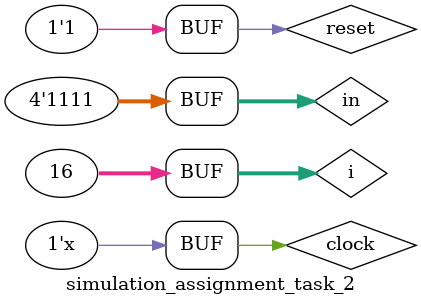
<source format=v>
module Task_2 (in, out, clock, reset);
  input [3:0] in;
  input clock, reset;
  output [7:0] out;
  reg [7:0] acc1, acc2, acc3;
  
  assign out = acc3;
  
  always@(posedge clock, negedge reset)
  begin
    if(!reset)
    begin
      acc1 <= 0; 
      acc2 <= 0; 
      acc3 <= 0;
    end
    else
    begin
      acc1 <= acc1 + in;
      acc2 <= acc2 + acc1;
      acc3 <= acc3 + (acc1 + acc2);
    end
  end
  
endmodule

module simulation_assignment_task_2();
  reg [3:0] in;
  reg clock, reset;
  wire [7:0] out;
  
  Task_2 T2(in, out, clock, reset);
  
  integer i;
  initial
  begin
    clock = 0; reset = 0; in = 0;
    
    #5 
    reset = 1;
    
    for(i = 0; i < 16; i = i + 1)
    begin
      #10 
      in = i;
    end
  end
  
  always
  begin
    #5 
    clock = !clock;
  end
  
  initial
  begin
    $monitor("Input = %d , Output = %d", in, out);
  end
  
endmodule
</source>
